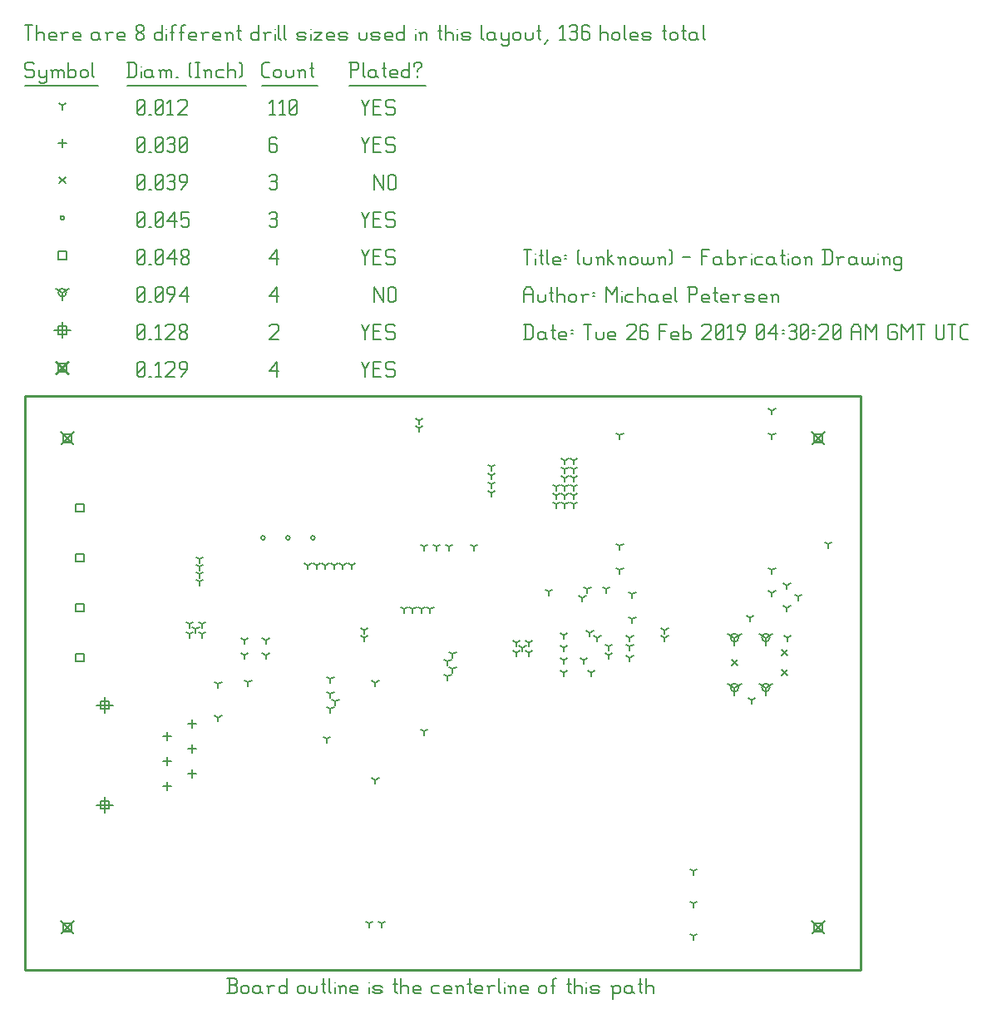
<source format=gbr>
G04 start of page 13 for group -3984 idx -3984 *
G04 Title: (unknown), fab *
G04 Creator: pcb 20140316 *
G04 CreationDate: Tue 26 Feb 2019 04:30:20 AM GMT UTC *
G04 For: railfan *
G04 Format: Gerber/RS-274X *
G04 PCB-Dimensions (mil): 3350.00 2300.00 *
G04 PCB-Coordinate-Origin: lower left *
%MOIN*%
%FSLAX25Y25*%
%LNFAB*%
%ADD122C,0.0100*%
%ADD121C,0.0075*%
%ADD120C,0.0060*%
%ADD119R,0.0080X0.0080*%
%ADD118C,0.0001*%
G54D118*G36*
X14600Y19966D02*X19966Y14600D01*
X19400Y14034D01*
X14034Y19400D01*
X14600Y19966D01*
G37*
G36*
X14034Y14600D02*X19400Y19966D01*
X19966Y19400D01*
X14600Y14034D01*
X14034Y14600D01*
G37*
G54D119*X15400Y18600D02*X18600D01*
X15400D02*Y15400D01*
X18600D01*
Y18600D02*Y15400D01*
G54D118*G36*
X14600Y215966D02*X19966Y210600D01*
X19400Y210034D01*
X14034Y215400D01*
X14600Y215966D01*
G37*
G36*
X14034Y210600D02*X19400Y215966D01*
X19966Y215400D01*
X14600Y210034D01*
X14034Y210600D01*
G37*
G54D119*X15400Y214600D02*X18600D01*
X15400D02*Y211400D01*
X18600D01*
Y214600D02*Y211400D01*
G54D118*G36*
X315600Y215966D02*X320966Y210600D01*
X320400Y210034D01*
X315034Y215400D01*
X315600Y215966D01*
G37*
G36*
X315034Y210600D02*X320400Y215966D01*
X320966Y215400D01*
X315600Y210034D01*
X315034Y210600D01*
G37*
G54D119*X316400Y214600D02*X319600D01*
X316400D02*Y211400D01*
X319600D01*
Y214600D02*Y211400D01*
G54D118*G36*
X315600Y19966D02*X320966Y14600D01*
X320400Y14034D01*
X315034Y19400D01*
X315600Y19966D01*
G37*
G36*
X315034Y14600D02*X320400Y19966D01*
X320966Y19400D01*
X315600Y14034D01*
X315034Y14600D01*
G37*
G54D119*X316400Y18600D02*X319600D01*
X316400D02*Y15400D01*
X319600D01*
Y18600D02*Y15400D01*
G54D118*G36*
X12600Y244216D02*X17966Y238850D01*
X17400Y238284D01*
X12034Y243650D01*
X12600Y244216D01*
G37*
G36*
X12034Y238850D02*X17400Y244216D01*
X17966Y243650D01*
X12600Y238284D01*
X12034Y238850D01*
G37*
G54D119*X13400Y242850D02*X16600D01*
X13400D02*Y239650D01*
X16600D01*
Y242850D02*Y239650D01*
G54D120*X135000Y243500D02*X136500Y240500D01*
X138000Y243500D01*
X136500Y240500D02*Y237500D01*
X139800Y240800D02*X142050D01*
X139800Y237500D02*X142800D01*
X139800Y243500D02*Y237500D01*
Y243500D02*X142800D01*
X147600D02*X148350Y242750D01*
X145350Y243500D02*X147600D01*
X144600Y242750D02*X145350Y243500D01*
X144600Y242750D02*Y241250D01*
X145350Y240500D01*
X147600D01*
X148350Y239750D01*
Y238250D01*
X147600Y237500D02*X148350Y238250D01*
X145350Y237500D02*X147600D01*
X144600Y238250D02*X145350Y237500D01*
X98000Y239750D02*X101000Y243500D01*
X98000Y239750D02*X101750D01*
X101000Y243500D02*Y237500D01*
X45000Y238250D02*X45750Y237500D01*
X45000Y242750D02*Y238250D01*
Y242750D02*X45750Y243500D01*
X47250D01*
X48000Y242750D01*
Y238250D01*
X47250Y237500D02*X48000Y238250D01*
X45750Y237500D02*X47250D01*
X45000Y239000D02*X48000Y242000D01*
X49800Y237500D02*X50550D01*
X52350Y242300D02*X53550Y243500D01*
Y237500D01*
X52350D02*X54600D01*
X56400Y242750D02*X57150Y243500D01*
X59400D01*
X60150Y242750D01*
Y241250D01*
X56400Y237500D02*X60150Y241250D01*
X56400Y237500D02*X60150D01*
X62700D02*X64950Y240500D01*
Y242750D02*Y240500D01*
X64200Y243500D02*X64950Y242750D01*
X62700Y243500D02*X64200D01*
X61950Y242750D02*X62700Y243500D01*
X61950Y242750D02*Y241250D01*
X62700Y240500D01*
X64950D01*
X32000Y109200D02*Y102800D01*
X28800Y106000D02*X35200D01*
X30400Y107600D02*X33600D01*
X30400D02*Y104400D01*
X33600D01*
Y107600D02*Y104400D01*
X32000Y69200D02*Y62800D01*
X28800Y66000D02*X35200D01*
X30400Y67600D02*X33600D01*
X30400D02*Y64400D01*
X33600D01*
Y67600D02*Y64400D01*
X15000Y259450D02*Y253050D01*
X11800Y256250D02*X18200D01*
X13400Y257850D02*X16600D01*
X13400D02*Y254650D01*
X16600D01*
Y257850D02*Y254650D01*
X135000Y258500D02*X136500Y255500D01*
X138000Y258500D01*
X136500Y255500D02*Y252500D01*
X139800Y255800D02*X142050D01*
X139800Y252500D02*X142800D01*
X139800Y258500D02*Y252500D01*
Y258500D02*X142800D01*
X147600D02*X148350Y257750D01*
X145350Y258500D02*X147600D01*
X144600Y257750D02*X145350Y258500D01*
X144600Y257750D02*Y256250D01*
X145350Y255500D01*
X147600D01*
X148350Y254750D01*
Y253250D01*
X147600Y252500D02*X148350Y253250D01*
X145350Y252500D02*X147600D01*
X144600Y253250D02*X145350Y252500D01*
X98000Y257750D02*X98750Y258500D01*
X101000D01*
X101750Y257750D01*
Y256250D01*
X98000Y252500D02*X101750Y256250D01*
X98000Y252500D02*X101750D01*
X45000Y253250D02*X45750Y252500D01*
X45000Y257750D02*Y253250D01*
Y257750D02*X45750Y258500D01*
X47250D01*
X48000Y257750D01*
Y253250D01*
X47250Y252500D02*X48000Y253250D01*
X45750Y252500D02*X47250D01*
X45000Y254000D02*X48000Y257000D01*
X49800Y252500D02*X50550D01*
X52350Y257300D02*X53550Y258500D01*
Y252500D01*
X52350D02*X54600D01*
X56400Y257750D02*X57150Y258500D01*
X59400D01*
X60150Y257750D01*
Y256250D01*
X56400Y252500D02*X60150Y256250D01*
X56400Y252500D02*X60150D01*
X61950Y253250D02*X62700Y252500D01*
X61950Y254450D02*Y253250D01*
Y254450D02*X63000Y255500D01*
X63900D01*
X64950Y254450D01*
Y253250D01*
X64200Y252500D02*X64950Y253250D01*
X62700Y252500D02*X64200D01*
X61950Y256550D02*X63000Y255500D01*
X61950Y257750D02*Y256550D01*
Y257750D02*X62700Y258500D01*
X64200D01*
X64950Y257750D01*
Y256550D01*
X63900Y255500D02*X64950Y256550D01*
X284500Y133000D02*Y129800D01*
Y133000D02*X287273Y134600D01*
X284500Y133000D02*X281727Y134600D01*
X282900Y133000D02*G75*G03X286100Y133000I1600J0D01*G01*
G75*G03X282900Y133000I-1600J0D01*G01*
X297000D02*Y129800D01*
Y133000D02*X299773Y134600D01*
X297000Y133000D02*X294227Y134600D01*
X295400Y133000D02*G75*G03X298600Y133000I1600J0D01*G01*
G75*G03X295400Y133000I-1600J0D01*G01*
X297000Y113000D02*Y109800D01*
Y113000D02*X299773Y114600D01*
X297000Y113000D02*X294227Y114600D01*
X295400Y113000D02*G75*G03X298600Y113000I1600J0D01*G01*
G75*G03X295400Y113000I-1600J0D01*G01*
X284500D02*Y109800D01*
Y113000D02*X287273Y114600D01*
X284500Y113000D02*X281727Y114600D01*
X282900Y113000D02*G75*G03X286100Y113000I1600J0D01*G01*
G75*G03X282900Y113000I-1600J0D01*G01*
X15000Y271250D02*Y268050D01*
Y271250D02*X17773Y272850D01*
X15000Y271250D02*X12227Y272850D01*
X13400Y271250D02*G75*G03X16600Y271250I1600J0D01*G01*
G75*G03X13400Y271250I-1600J0D01*G01*
X140000Y273500D02*Y267500D01*
Y273500D02*X143750Y267500D01*
Y273500D02*Y267500D01*
X145550Y272750D02*Y268250D01*
Y272750D02*X146300Y273500D01*
X147800D01*
X148550Y272750D01*
Y268250D01*
X147800Y267500D02*X148550Y268250D01*
X146300Y267500D02*X147800D01*
X145550Y268250D02*X146300Y267500D01*
X98000Y269750D02*X101000Y273500D01*
X98000Y269750D02*X101750D01*
X101000Y273500D02*Y267500D01*
X45000Y268250D02*X45750Y267500D01*
X45000Y272750D02*Y268250D01*
Y272750D02*X45750Y273500D01*
X47250D01*
X48000Y272750D01*
Y268250D01*
X47250Y267500D02*X48000Y268250D01*
X45750Y267500D02*X47250D01*
X45000Y269000D02*X48000Y272000D01*
X49800Y267500D02*X50550D01*
X52350Y268250D02*X53100Y267500D01*
X52350Y272750D02*Y268250D01*
Y272750D02*X53100Y273500D01*
X54600D01*
X55350Y272750D01*
Y268250D01*
X54600Y267500D02*X55350Y268250D01*
X53100Y267500D02*X54600D01*
X52350Y269000D02*X55350Y272000D01*
X57900Y267500D02*X60150Y270500D01*
Y272750D02*Y270500D01*
X59400Y273500D02*X60150Y272750D01*
X57900Y273500D02*X59400D01*
X57150Y272750D02*X57900Y273500D01*
X57150Y272750D02*Y271250D01*
X57900Y270500D01*
X60150D01*
X61950Y269750D02*X64950Y273500D01*
X61950Y269750D02*X65700D01*
X64950Y273500D02*Y267500D01*
X20400Y146600D02*X23600D01*
X20400D02*Y143400D01*
X23600D01*
Y146600D02*Y143400D01*
X20400Y126600D02*X23600D01*
X20400D02*Y123400D01*
X23600D01*
Y126600D02*Y123400D01*
X20400Y186600D02*X23600D01*
X20400D02*Y183400D01*
X23600D01*
Y186600D02*Y183400D01*
X20400Y166600D02*X23600D01*
X20400D02*Y163400D01*
X23600D01*
Y166600D02*Y163400D01*
X13400Y287850D02*X16600D01*
X13400D02*Y284650D01*
X16600D01*
Y287850D02*Y284650D01*
X135000Y288500D02*X136500Y285500D01*
X138000Y288500D01*
X136500Y285500D02*Y282500D01*
X139800Y285800D02*X142050D01*
X139800Y282500D02*X142800D01*
X139800Y288500D02*Y282500D01*
Y288500D02*X142800D01*
X147600D02*X148350Y287750D01*
X145350Y288500D02*X147600D01*
X144600Y287750D02*X145350Y288500D01*
X144600Y287750D02*Y286250D01*
X145350Y285500D01*
X147600D01*
X148350Y284750D01*
Y283250D01*
X147600Y282500D02*X148350Y283250D01*
X145350Y282500D02*X147600D01*
X144600Y283250D02*X145350Y282500D01*
X98000Y284750D02*X101000Y288500D01*
X98000Y284750D02*X101750D01*
X101000Y288500D02*Y282500D01*
X45000Y283250D02*X45750Y282500D01*
X45000Y287750D02*Y283250D01*
Y287750D02*X45750Y288500D01*
X47250D01*
X48000Y287750D01*
Y283250D01*
X47250Y282500D02*X48000Y283250D01*
X45750Y282500D02*X47250D01*
X45000Y284000D02*X48000Y287000D01*
X49800Y282500D02*X50550D01*
X52350Y283250D02*X53100Y282500D01*
X52350Y287750D02*Y283250D01*
Y287750D02*X53100Y288500D01*
X54600D01*
X55350Y287750D01*
Y283250D01*
X54600Y282500D02*X55350Y283250D01*
X53100Y282500D02*X54600D01*
X52350Y284000D02*X55350Y287000D01*
X57150Y284750D02*X60150Y288500D01*
X57150Y284750D02*X60900D01*
X60150Y288500D02*Y282500D01*
X62700Y283250D02*X63450Y282500D01*
X62700Y284450D02*Y283250D01*
Y284450D02*X63750Y285500D01*
X64650D01*
X65700Y284450D01*
Y283250D01*
X64950Y282500D02*X65700Y283250D01*
X63450Y282500D02*X64950D01*
X62700Y286550D02*X63750Y285500D01*
X62700Y287750D02*Y286550D01*
Y287750D02*X63450Y288500D01*
X64950D01*
X65700Y287750D01*
Y286550D01*
X64650Y285500D02*X65700Y286550D01*
X114700Y173000D02*G75*G03X116300Y173000I800J0D01*G01*
G75*G03X114700Y173000I-800J0D01*G01*
X104700D02*G75*G03X106300Y173000I800J0D01*G01*
G75*G03X104700Y173000I-800J0D01*G01*
X94700D02*G75*G03X96300Y173000I800J0D01*G01*
G75*G03X94700Y173000I-800J0D01*G01*
X14200Y301250D02*G75*G03X15800Y301250I800J0D01*G01*
G75*G03X14200Y301250I-800J0D01*G01*
X135000Y303500D02*X136500Y300500D01*
X138000Y303500D01*
X136500Y300500D02*Y297500D01*
X139800Y300800D02*X142050D01*
X139800Y297500D02*X142800D01*
X139800Y303500D02*Y297500D01*
Y303500D02*X142800D01*
X147600D02*X148350Y302750D01*
X145350Y303500D02*X147600D01*
X144600Y302750D02*X145350Y303500D01*
X144600Y302750D02*Y301250D01*
X145350Y300500D01*
X147600D01*
X148350Y299750D01*
Y298250D01*
X147600Y297500D02*X148350Y298250D01*
X145350Y297500D02*X147600D01*
X144600Y298250D02*X145350Y297500D01*
X98000Y302750D02*X98750Y303500D01*
X100250D01*
X101000Y302750D01*
X100250Y297500D02*X101000Y298250D01*
X98750Y297500D02*X100250D01*
X98000Y298250D02*X98750Y297500D01*
Y300800D02*X100250D01*
X101000Y302750D02*Y301550D01*
Y300050D02*Y298250D01*
Y300050D02*X100250Y300800D01*
X101000Y301550D02*X100250Y300800D01*
X45000Y298250D02*X45750Y297500D01*
X45000Y302750D02*Y298250D01*
Y302750D02*X45750Y303500D01*
X47250D01*
X48000Y302750D01*
Y298250D01*
X47250Y297500D02*X48000Y298250D01*
X45750Y297500D02*X47250D01*
X45000Y299000D02*X48000Y302000D01*
X49800Y297500D02*X50550D01*
X52350Y298250D02*X53100Y297500D01*
X52350Y302750D02*Y298250D01*
Y302750D02*X53100Y303500D01*
X54600D01*
X55350Y302750D01*
Y298250D01*
X54600Y297500D02*X55350Y298250D01*
X53100Y297500D02*X54600D01*
X52350Y299000D02*X55350Y302000D01*
X57150Y299750D02*X60150Y303500D01*
X57150Y299750D02*X60900D01*
X60150Y303500D02*Y297500D01*
X62700Y303500D02*X65700D01*
X62700D02*Y300500D01*
X63450Y301250D01*
X64950D01*
X65700Y300500D01*
Y298250D01*
X64950Y297500D02*X65700Y298250D01*
X63450Y297500D02*X64950D01*
X62700Y298250D02*X63450Y297500D01*
X283300Y124200D02*X285700Y121800D01*
X283300D02*X285700Y124200D01*
X303300Y128200D02*X305700Y125800D01*
X303300D02*X305700Y128200D01*
X303300Y120200D02*X305700Y117800D01*
X303300D02*X305700Y120200D01*
X13800Y317450D02*X16200Y315050D01*
X13800D02*X16200Y317450D01*
X140000Y318500D02*Y312500D01*
Y318500D02*X143750Y312500D01*
Y318500D02*Y312500D01*
X145550Y317750D02*Y313250D01*
Y317750D02*X146300Y318500D01*
X147800D01*
X148550Y317750D01*
Y313250D01*
X147800Y312500D02*X148550Y313250D01*
X146300Y312500D02*X147800D01*
X145550Y313250D02*X146300Y312500D01*
X98000Y317750D02*X98750Y318500D01*
X100250D01*
X101000Y317750D01*
X100250Y312500D02*X101000Y313250D01*
X98750Y312500D02*X100250D01*
X98000Y313250D02*X98750Y312500D01*
Y315800D02*X100250D01*
X101000Y317750D02*Y316550D01*
Y315050D02*Y313250D01*
Y315050D02*X100250Y315800D01*
X101000Y316550D02*X100250Y315800D01*
X45000Y313250D02*X45750Y312500D01*
X45000Y317750D02*Y313250D01*
Y317750D02*X45750Y318500D01*
X47250D01*
X48000Y317750D01*
Y313250D01*
X47250Y312500D02*X48000Y313250D01*
X45750Y312500D02*X47250D01*
X45000Y314000D02*X48000Y317000D01*
X49800Y312500D02*X50550D01*
X52350Y313250D02*X53100Y312500D01*
X52350Y317750D02*Y313250D01*
Y317750D02*X53100Y318500D01*
X54600D01*
X55350Y317750D01*
Y313250D01*
X54600Y312500D02*X55350Y313250D01*
X53100Y312500D02*X54600D01*
X52350Y314000D02*X55350Y317000D01*
X57150Y317750D02*X57900Y318500D01*
X59400D01*
X60150Y317750D01*
X59400Y312500D02*X60150Y313250D01*
X57900Y312500D02*X59400D01*
X57150Y313250D02*X57900Y312500D01*
Y315800D02*X59400D01*
X60150Y317750D02*Y316550D01*
Y315050D02*Y313250D01*
Y315050D02*X59400Y315800D01*
X60150Y316550D02*X59400Y315800D01*
X62700Y312500D02*X64950Y315500D01*
Y317750D02*Y315500D01*
X64200Y318500D02*X64950Y317750D01*
X62700Y318500D02*X64200D01*
X61950Y317750D02*X62700Y318500D01*
X61950Y317750D02*Y316250D01*
X62700Y315500D01*
X64950D01*
X67000Y100100D02*Y96900D01*
X65400Y98500D02*X68600D01*
X57000Y95100D02*Y91900D01*
X55400Y93500D02*X58600D01*
X67000Y90100D02*Y86900D01*
X65400Y88500D02*X68600D01*
X57000Y85100D02*Y81900D01*
X55400Y83500D02*X58600D01*
X67000Y80100D02*Y76900D01*
X65400Y78500D02*X68600D01*
X57000Y75100D02*Y71900D01*
X55400Y73500D02*X58600D01*
X15000Y332850D02*Y329650D01*
X13400Y331250D02*X16600D01*
X135000Y333500D02*X136500Y330500D01*
X138000Y333500D01*
X136500Y330500D02*Y327500D01*
X139800Y330800D02*X142050D01*
X139800Y327500D02*X142800D01*
X139800Y333500D02*Y327500D01*
Y333500D02*X142800D01*
X147600D02*X148350Y332750D01*
X145350Y333500D02*X147600D01*
X144600Y332750D02*X145350Y333500D01*
X144600Y332750D02*Y331250D01*
X145350Y330500D01*
X147600D01*
X148350Y329750D01*
Y328250D01*
X147600Y327500D02*X148350Y328250D01*
X145350Y327500D02*X147600D01*
X144600Y328250D02*X145350Y327500D01*
X100250Y333500D02*X101000Y332750D01*
X98750Y333500D02*X100250D01*
X98000Y332750D02*X98750Y333500D01*
X98000Y332750D02*Y328250D01*
X98750Y327500D01*
X100250Y330800D02*X101000Y330050D01*
X98000Y330800D02*X100250D01*
X98750Y327500D02*X100250D01*
X101000Y328250D01*
Y330050D02*Y328250D01*
X45000D02*X45750Y327500D01*
X45000Y332750D02*Y328250D01*
Y332750D02*X45750Y333500D01*
X47250D01*
X48000Y332750D01*
Y328250D01*
X47250Y327500D02*X48000Y328250D01*
X45750Y327500D02*X47250D01*
X45000Y329000D02*X48000Y332000D01*
X49800Y327500D02*X50550D01*
X52350Y328250D02*X53100Y327500D01*
X52350Y332750D02*Y328250D01*
Y332750D02*X53100Y333500D01*
X54600D01*
X55350Y332750D01*
Y328250D01*
X54600Y327500D02*X55350Y328250D01*
X53100Y327500D02*X54600D01*
X52350Y329000D02*X55350Y332000D01*
X57150Y332750D02*X57900Y333500D01*
X59400D01*
X60150Y332750D01*
X59400Y327500D02*X60150Y328250D01*
X57900Y327500D02*X59400D01*
X57150Y328250D02*X57900Y327500D01*
Y330800D02*X59400D01*
X60150Y332750D02*Y331550D01*
Y330050D02*Y328250D01*
Y330050D02*X59400Y330800D01*
X60150Y331550D02*X59400Y330800D01*
X61950Y328250D02*X62700Y327500D01*
X61950Y332750D02*Y328250D01*
Y332750D02*X62700Y333500D01*
X64200D01*
X64950Y332750D01*
Y328250D01*
X64200Y327500D02*X64950Y328250D01*
X62700Y327500D02*X64200D01*
X61950Y329000D02*X64950Y332000D01*
X158000Y220000D02*Y218400D01*
Y220000D02*X159387Y220800D01*
X158000Y220000D02*X156613Y220800D01*
X158000Y217000D02*Y215400D01*
Y217000D02*X159387Y217800D01*
X158000Y217000D02*X156613Y217800D01*
X140500Y115000D02*Y113400D01*
Y115000D02*X141887Y115800D01*
X140500Y115000D02*X139113Y115800D01*
X121000Y92351D02*Y90751D01*
Y92351D02*X122387Y93151D01*
X121000Y92351D02*X119613Y93151D01*
X160000Y95500D02*Y93900D01*
Y95500D02*X161387Y96300D01*
X160000Y95500D02*X158613Y96300D01*
X140500Y76000D02*Y74400D01*
Y76000D02*X141887Y76800D01*
X140500Y76000D02*X139113Y76800D01*
X138000Y18500D02*Y16900D01*
Y18500D02*X139387Y19300D01*
X138000Y18500D02*X136613Y19300D01*
X143000Y18500D02*Y16900D01*
Y18500D02*X144387Y19300D01*
X143000Y18500D02*X141613Y19300D01*
X136000Y133000D02*Y131400D01*
Y133000D02*X137387Y133800D01*
X136000Y133000D02*X134613Y133800D01*
X136000Y136000D02*Y134400D01*
Y136000D02*X137387Y136800D01*
X136000Y136000D02*X134613Y136800D01*
X152000Y144500D02*Y142900D01*
Y144500D02*X153387Y145300D01*
X152000Y144500D02*X150613Y145300D01*
X155500Y144500D02*Y142900D01*
Y144500D02*X156887Y145300D01*
X155500Y144500D02*X154113Y145300D01*
X159000Y144500D02*Y142900D01*
Y144500D02*X160387Y145300D01*
X159000Y144500D02*X157613Y145300D01*
X162500Y144500D02*Y142900D01*
Y144500D02*X163887Y145300D01*
X162500Y144500D02*X161113Y145300D01*
X122500Y110500D02*Y108900D01*
Y110500D02*X123887Y111300D01*
X122500Y110500D02*X121113Y111300D01*
X124500Y107500D02*Y105900D01*
Y107500D02*X125887Y108300D01*
X124500Y107500D02*X123113Y108300D01*
X122500Y104500D02*Y102900D01*
Y104500D02*X123887Y105300D01*
X122500Y104500D02*X121113Y105300D01*
X122500Y116500D02*Y114900D01*
Y116500D02*X123887Y117300D01*
X122500Y116500D02*X121113Y117300D01*
X70000Y161500D02*Y159900D01*
Y161500D02*X71387Y162300D01*
X70000Y161500D02*X68613Y162300D01*
X70000Y164500D02*Y162900D01*
Y164500D02*X71387Y165300D01*
X70000Y164500D02*X68613Y165300D01*
X70000Y158500D02*Y156900D01*
Y158500D02*X71387Y159300D01*
X70000Y158500D02*X68613Y159300D01*
X70000Y155500D02*Y153900D01*
Y155500D02*X71387Y156300D01*
X70000Y155500D02*X68613Y156300D01*
X77500Y114500D02*Y112900D01*
Y114500D02*X78887Y115300D01*
X77500Y114500D02*X76113Y115300D01*
X77500Y101000D02*Y99400D01*
Y101000D02*X78887Y101800D01*
X77500Y101000D02*X76113Y101800D01*
X88000Y126000D02*Y124400D01*
Y126000D02*X89387Y126800D01*
X88000Y126000D02*X86613Y126800D01*
X88000Y132000D02*Y130400D01*
Y132000D02*X89387Y132800D01*
X88000Y132000D02*X86613Y132800D01*
X96575Y132000D02*Y130400D01*
Y132000D02*X97962Y132800D01*
X96575Y132000D02*X95188Y132800D01*
X216000Y134000D02*Y132400D01*
Y134000D02*X217387Y134800D01*
X216000Y134000D02*X214613Y134800D01*
X216000Y129000D02*Y127400D01*
Y129000D02*X217387Y129800D01*
X216000Y129000D02*X214613Y129800D01*
X216000Y124000D02*Y122400D01*
Y124000D02*X217387Y124800D01*
X216000Y124000D02*X214613Y124800D01*
X216000Y119000D02*Y117400D01*
Y119000D02*X217387Y119800D01*
X216000Y119000D02*X214613Y119800D01*
X227000Y119000D02*Y117400D01*
Y119000D02*X228387Y119800D01*
X227000Y119000D02*X225613Y119800D01*
X224000Y124000D02*Y122400D01*
Y124000D02*X225387Y124800D01*
X224000Y124000D02*X222613Y124800D01*
X199500Y129000D02*Y127400D01*
Y129000D02*X200887Y129800D01*
X199500Y129000D02*X198113Y129800D01*
X202000Y131000D02*Y129400D01*
Y131000D02*X203387Y131800D01*
X202000Y131000D02*X200613Y131800D01*
X202000Y127000D02*Y125400D01*
Y127000D02*X203387Y127800D01*
X202000Y127000D02*X200613Y127800D01*
X197000Y127000D02*Y125400D01*
Y127000D02*X198387Y127800D01*
X197000Y127000D02*X195613Y127800D01*
X197000Y131000D02*Y129400D01*
Y131000D02*X198387Y131800D01*
X197000Y131000D02*X195613Y131800D01*
X68500Y136500D02*Y134900D01*
Y136500D02*X69887Y137300D01*
X68500Y136500D02*X67113Y137300D01*
X71000Y138500D02*Y136900D01*
Y138500D02*X72387Y139300D01*
X71000Y138500D02*X69613Y139300D01*
X71000Y134500D02*Y132900D01*
Y134500D02*X72387Y135300D01*
X71000Y134500D02*X69613Y135300D01*
X66000Y134500D02*Y132900D01*
Y134500D02*X67387Y135300D01*
X66000Y134500D02*X64613Y135300D01*
X66000Y138500D02*Y136900D01*
Y138500D02*X67387Y139300D01*
X66000Y138500D02*X64613Y139300D01*
X96575Y126000D02*Y124400D01*
Y126000D02*X97962Y126800D01*
X96575Y126000D02*X95188Y126800D01*
X89500Y115152D02*Y113552D01*
Y115152D02*X90887Y115952D01*
X89500Y115152D02*X88113Y115952D01*
X169500Y117500D02*Y115900D01*
Y117500D02*X170887Y118300D01*
X169500Y117500D02*X168113Y118300D01*
X169500Y123500D02*Y121900D01*
Y123500D02*X170887Y124300D01*
X169500Y123500D02*X168113Y124300D01*
X171500Y120500D02*Y118900D01*
Y120500D02*X172887Y121300D01*
X171500Y120500D02*X170113Y121300D01*
X171500Y126500D02*Y124900D01*
Y126500D02*X172887Y127300D01*
X171500Y126500D02*X170113Y127300D01*
X113500Y162000D02*Y160400D01*
Y162000D02*X114887Y162800D01*
X113500Y162000D02*X112113Y162800D01*
X117000Y162000D02*Y160400D01*
Y162000D02*X118387Y162800D01*
X117000Y162000D02*X115613Y162800D01*
X120500Y162000D02*Y160400D01*
Y162000D02*X121887Y162800D01*
X120500Y162000D02*X119113Y162800D01*
X124000Y162000D02*Y160400D01*
Y162000D02*X125387Y162800D01*
X124000Y162000D02*X122613Y162800D01*
X127500Y162000D02*Y160400D01*
Y162000D02*X128887Y162800D01*
X127500Y162000D02*X126113Y162800D01*
X131000Y162000D02*Y160400D01*
Y162000D02*X132387Y162800D01*
X131000Y162000D02*X129613Y162800D01*
X160000Y169500D02*Y167900D01*
Y169500D02*X161387Y170300D01*
X160000Y169500D02*X158613Y170300D01*
X170000Y169500D02*Y167900D01*
Y169500D02*X171387Y170300D01*
X170000Y169500D02*X168613Y170300D01*
X180000Y169500D02*Y167900D01*
Y169500D02*X181387Y170300D01*
X180000Y169500D02*X178613Y170300D01*
X165000Y169500D02*Y167900D01*
Y169500D02*X166387Y170300D01*
X165000Y169500D02*X163613Y170300D01*
X187000Y201500D02*Y199900D01*
Y201500D02*X188387Y202300D01*
X187000Y201500D02*X185613Y202300D01*
X187000Y198000D02*Y196400D01*
Y198000D02*X188387Y198800D01*
X187000Y198000D02*X185613Y198800D01*
X187000Y194500D02*Y192900D01*
Y194500D02*X188387Y195300D01*
X187000Y194500D02*X185613Y195300D01*
X187000Y191000D02*Y189400D01*
Y191000D02*X188387Y191800D01*
X187000Y191000D02*X185613Y191800D01*
X268000Y13500D02*Y11900D01*
Y13500D02*X269387Y14300D01*
X268000Y13500D02*X266613Y14300D01*
X268000Y26500D02*Y24900D01*
Y26500D02*X269387Y27300D01*
X268000Y26500D02*X266613Y27300D01*
X268000Y39500D02*Y37900D01*
Y39500D02*X269387Y40300D01*
X268000Y39500D02*X266613Y40300D01*
X220000Y204000D02*Y202400D01*
Y204000D02*X221387Y204800D01*
X220000Y204000D02*X218613Y204800D01*
X216500Y204000D02*Y202400D01*
Y204000D02*X217887Y204800D01*
X216500Y204000D02*X215113Y204800D01*
X216500Y200500D02*Y198900D01*
Y200500D02*X217887Y201300D01*
X216500Y200500D02*X215113Y201300D01*
X220000Y200500D02*Y198900D01*
Y200500D02*X221387Y201300D01*
X220000Y200500D02*X218613Y201300D01*
X216500Y197000D02*Y195400D01*
Y197000D02*X217887Y197800D01*
X216500Y197000D02*X215113Y197800D01*
X220000Y197000D02*Y195400D01*
Y197000D02*X221387Y197800D01*
X220000Y197000D02*X218613Y197800D01*
X220000Y193500D02*Y191900D01*
Y193500D02*X221387Y194300D01*
X220000Y193500D02*X218613Y194300D01*
X216500Y193500D02*Y191900D01*
Y193500D02*X217887Y194300D01*
X216500Y193500D02*X215113Y194300D01*
X216500Y190000D02*Y188400D01*
Y190000D02*X217887Y190800D01*
X216500Y190000D02*X215113Y190800D01*
X220000Y190000D02*Y188400D01*
Y190000D02*X221387Y190800D01*
X220000Y190000D02*X218613Y190800D01*
X220000Y186500D02*Y184900D01*
Y186500D02*X221387Y187300D01*
X220000Y186500D02*X218613Y187300D01*
X216500Y186500D02*Y184900D01*
Y186500D02*X217887Y187300D01*
X216500Y186500D02*X215113Y187300D01*
X213000Y193500D02*Y191900D01*
Y193500D02*X214387Y194300D01*
X213000Y193500D02*X211613Y194300D01*
X213000Y190000D02*Y188400D01*
Y190000D02*X214387Y190800D01*
X213000Y190000D02*X211613Y190800D01*
X213000Y186500D02*Y184900D01*
Y186500D02*X214387Y187300D01*
X213000Y186500D02*X211613Y187300D01*
X238500Y169854D02*Y168254D01*
Y169854D02*X239887Y170654D01*
X238500Y169854D02*X237113Y170654D01*
X238500Y160012D02*Y158412D01*
Y160012D02*X239887Y160812D01*
X238500Y160012D02*X237113Y160812D01*
X238500Y214146D02*Y212546D01*
Y214146D02*X239887Y214946D01*
X238500Y214146D02*X237113Y214946D01*
X299500Y223988D02*Y222388D01*
Y223988D02*X300887Y224788D01*
X299500Y223988D02*X298113Y224788D01*
X299500Y214146D02*Y212546D01*
Y214146D02*X300887Y214946D01*
X299500Y214146D02*X298113Y214946D01*
X299500Y160012D02*Y158412D01*
Y160012D02*X300887Y160812D01*
X299500Y160012D02*X298113Y160812D01*
X305500Y154000D02*Y152400D01*
Y154000D02*X306887Y154800D01*
X305500Y154000D02*X304113Y154800D01*
X210000Y151500D02*Y149900D01*
Y151500D02*X211387Y152300D01*
X210000Y151500D02*X208613Y152300D01*
X234000Y129500D02*Y127900D01*
Y129500D02*X235387Y130300D01*
X234000Y129500D02*X232613Y130300D01*
X242500Y133000D02*Y131400D01*
Y133000D02*X243887Y133800D01*
X242500Y133000D02*X241113Y133800D01*
X242500Y129500D02*Y127900D01*
Y129500D02*X243887Y130300D01*
X242500Y129500D02*X241113Y130300D01*
X226500Y135000D02*Y133400D01*
Y135000D02*X227887Y135800D01*
X226500Y135000D02*X225113Y135800D01*
X223500Y149000D02*Y147400D01*
Y149000D02*X224887Y149800D01*
X223500Y149000D02*X222113Y149800D01*
X242500Y125000D02*Y123400D01*
Y125000D02*X243887Y125800D01*
X242500Y125000D02*X241113Y125800D01*
X243500Y140500D02*Y138900D01*
Y140500D02*X244887Y141300D01*
X243500Y140500D02*X242113Y141300D01*
X243500Y150500D02*Y148900D01*
Y150500D02*X244887Y151300D01*
X243500Y150500D02*X242113Y151300D01*
X322000Y170500D02*Y168900D01*
Y170500D02*X323387Y171300D01*
X322000Y170500D02*X320613Y171300D01*
X299500Y151000D02*Y149400D01*
Y151000D02*X300887Y151800D01*
X299500Y151000D02*X298113Y151800D01*
X310000Y149500D02*Y147900D01*
Y149500D02*X311387Y150300D01*
X310000Y149500D02*X308613Y150300D01*
X305500Y145000D02*Y143400D01*
Y145000D02*X306887Y145800D01*
X305500Y145000D02*X304113Y145800D01*
X305700Y133000D02*Y131400D01*
Y133000D02*X307087Y133800D01*
X305700Y133000D02*X304313Y133800D01*
X290800Y141000D02*Y139400D01*
Y141000D02*X292187Y141800D01*
X290800Y141000D02*X289413Y141800D01*
X291300Y108000D02*Y106400D01*
Y108000D02*X292687Y108800D01*
X291300Y108000D02*X289913Y108800D01*
X225500Y152500D02*Y150900D01*
Y152500D02*X226887Y153300D01*
X225500Y152500D02*X224113Y153300D01*
X233000Y152500D02*Y150900D01*
Y152500D02*X234387Y153300D01*
X233000Y152500D02*X231613Y153300D01*
X229500Y133000D02*Y131400D01*
Y133000D02*X230887Y133800D01*
X229500Y133000D02*X228113Y133800D01*
X256500Y136000D02*Y134400D01*
Y136000D02*X257887Y136800D01*
X256500Y136000D02*X255113Y136800D01*
X256500Y133000D02*Y131400D01*
Y133000D02*X257887Y133800D01*
X256500Y133000D02*X255113Y133800D01*
X234000Y126000D02*Y124400D01*
Y126000D02*X235387Y126800D01*
X234000Y126000D02*X232613Y126800D01*
X15000Y346250D02*Y344650D01*
Y346250D02*X16387Y347050D01*
X15000Y346250D02*X13613Y347050D01*
X135000Y348500D02*X136500Y345500D01*
X138000Y348500D01*
X136500Y345500D02*Y342500D01*
X139800Y345800D02*X142050D01*
X139800Y342500D02*X142800D01*
X139800Y348500D02*Y342500D01*
Y348500D02*X142800D01*
X147600D02*X148350Y347750D01*
X145350Y348500D02*X147600D01*
X144600Y347750D02*X145350Y348500D01*
X144600Y347750D02*Y346250D01*
X145350Y345500D01*
X147600D01*
X148350Y344750D01*
Y343250D01*
X147600Y342500D02*X148350Y343250D01*
X145350Y342500D02*X147600D01*
X144600Y343250D02*X145350Y342500D01*
X98000Y347300D02*X99200Y348500D01*
Y342500D01*
X98000D02*X100250D01*
X102050Y347300D02*X103250Y348500D01*
Y342500D01*
X102050D02*X104300D01*
X106100Y343250D02*X106850Y342500D01*
X106100Y347750D02*Y343250D01*
Y347750D02*X106850Y348500D01*
X108350D01*
X109100Y347750D01*
Y343250D01*
X108350Y342500D02*X109100Y343250D01*
X106850Y342500D02*X108350D01*
X106100Y344000D02*X109100Y347000D01*
X45000Y343250D02*X45750Y342500D01*
X45000Y347750D02*Y343250D01*
Y347750D02*X45750Y348500D01*
X47250D01*
X48000Y347750D01*
Y343250D01*
X47250Y342500D02*X48000Y343250D01*
X45750Y342500D02*X47250D01*
X45000Y344000D02*X48000Y347000D01*
X49800Y342500D02*X50550D01*
X52350Y343250D02*X53100Y342500D01*
X52350Y347750D02*Y343250D01*
Y347750D02*X53100Y348500D01*
X54600D01*
X55350Y347750D01*
Y343250D01*
X54600Y342500D02*X55350Y343250D01*
X53100Y342500D02*X54600D01*
X52350Y344000D02*X55350Y347000D01*
X57150Y347300D02*X58350Y348500D01*
Y342500D01*
X57150D02*X59400D01*
X61200Y347750D02*X61950Y348500D01*
X64200D01*
X64950Y347750D01*
Y346250D01*
X61200Y342500D02*X64950Y346250D01*
X61200Y342500D02*X64950D01*
X3000Y363500D02*X3750Y362750D01*
X750Y363500D02*X3000D01*
X0Y362750D02*X750Y363500D01*
X0Y362750D02*Y361250D01*
X750Y360500D01*
X3000D01*
X3750Y359750D01*
Y358250D01*
X3000Y357500D02*X3750Y358250D01*
X750Y357500D02*X3000D01*
X0Y358250D02*X750Y357500D01*
X5550Y360500D02*Y358250D01*
X6300Y357500D01*
X8550Y360500D02*Y356000D01*
X7800Y355250D02*X8550Y356000D01*
X6300Y355250D02*X7800D01*
X5550Y356000D02*X6300Y355250D01*
Y357500D02*X7800D01*
X8550Y358250D01*
X11100Y359750D02*Y357500D01*
Y359750D02*X11850Y360500D01*
X12600D01*
X13350Y359750D01*
Y357500D01*
Y359750D02*X14100Y360500D01*
X14850D01*
X15600Y359750D01*
Y357500D01*
X10350Y360500D02*X11100Y359750D01*
X17400Y363500D02*Y357500D01*
Y358250D02*X18150Y357500D01*
X19650D01*
X20400Y358250D01*
Y359750D02*Y358250D01*
X19650Y360500D02*X20400Y359750D01*
X18150Y360500D02*X19650D01*
X17400Y359750D02*X18150Y360500D01*
X22200Y359750D02*Y358250D01*
Y359750D02*X22950Y360500D01*
X24450D01*
X25200Y359750D01*
Y358250D01*
X24450Y357500D02*X25200Y358250D01*
X22950Y357500D02*X24450D01*
X22200Y358250D02*X22950Y357500D01*
X27000Y363500D02*Y358250D01*
X27750Y357500D01*
X0Y354250D02*X29250D01*
X41750Y363500D02*Y357500D01*
X43700Y363500D02*X44750Y362450D01*
Y358550D01*
X43700Y357500D02*X44750Y358550D01*
X41000Y357500D02*X43700D01*
X41000Y363500D02*X43700D01*
G54D121*X46550Y362000D02*Y361850D01*
G54D120*Y359750D02*Y357500D01*
X50300Y360500D02*X51050Y359750D01*
X48800Y360500D02*X50300D01*
X48050Y359750D02*X48800Y360500D01*
X48050Y359750D02*Y358250D01*
X48800Y357500D01*
X51050Y360500D02*Y358250D01*
X51800Y357500D01*
X48800D02*X50300D01*
X51050Y358250D01*
X54350Y359750D02*Y357500D01*
Y359750D02*X55100Y360500D01*
X55850D01*
X56600Y359750D01*
Y357500D01*
Y359750D02*X57350Y360500D01*
X58100D01*
X58850Y359750D01*
Y357500D01*
X53600Y360500D02*X54350Y359750D01*
X60650Y357500D02*X61400D01*
X65900Y358250D02*X66650Y357500D01*
X65900Y362750D02*X66650Y363500D01*
X65900Y362750D02*Y358250D01*
X68450Y363500D02*X69950D01*
X69200D02*Y357500D01*
X68450D02*X69950D01*
X72500Y359750D02*Y357500D01*
Y359750D02*X73250Y360500D01*
X74000D01*
X74750Y359750D01*
Y357500D01*
X71750Y360500D02*X72500Y359750D01*
X77300Y360500D02*X79550D01*
X76550Y359750D02*X77300Y360500D01*
X76550Y359750D02*Y358250D01*
X77300Y357500D01*
X79550D01*
X81350Y363500D02*Y357500D01*
Y359750D02*X82100Y360500D01*
X83600D01*
X84350Y359750D01*
Y357500D01*
X86150Y363500D02*X86900Y362750D01*
Y358250D01*
X86150Y357500D02*X86900Y358250D01*
X41000Y354250D02*X88700D01*
X96050Y357500D02*X98000D01*
X95000Y358550D02*X96050Y357500D01*
X95000Y362450D02*Y358550D01*
Y362450D02*X96050Y363500D01*
X98000D01*
X99800Y359750D02*Y358250D01*
Y359750D02*X100550Y360500D01*
X102050D01*
X102800Y359750D01*
Y358250D01*
X102050Y357500D02*X102800Y358250D01*
X100550Y357500D02*X102050D01*
X99800Y358250D02*X100550Y357500D01*
X104600Y360500D02*Y358250D01*
X105350Y357500D01*
X106850D01*
X107600Y358250D01*
Y360500D02*Y358250D01*
X110150Y359750D02*Y357500D01*
Y359750D02*X110900Y360500D01*
X111650D01*
X112400Y359750D01*
Y357500D01*
X109400Y360500D02*X110150Y359750D01*
X114950Y363500D02*Y358250D01*
X115700Y357500D01*
X114200Y361250D02*X115700D01*
X95000Y354250D02*X117200D01*
X130750Y363500D02*Y357500D01*
X130000Y363500D02*X133000D01*
X133750Y362750D01*
Y361250D01*
X133000Y360500D02*X133750Y361250D01*
X130750Y360500D02*X133000D01*
X135550Y363500D02*Y358250D01*
X136300Y357500D01*
X140050Y360500D02*X140800Y359750D01*
X138550Y360500D02*X140050D01*
X137800Y359750D02*X138550Y360500D01*
X137800Y359750D02*Y358250D01*
X138550Y357500D01*
X140800Y360500D02*Y358250D01*
X141550Y357500D01*
X138550D02*X140050D01*
X140800Y358250D01*
X144100Y363500D02*Y358250D01*
X144850Y357500D01*
X143350Y361250D02*X144850D01*
X147100Y357500D02*X149350D01*
X146350Y358250D02*X147100Y357500D01*
X146350Y359750D02*Y358250D01*
Y359750D02*X147100Y360500D01*
X148600D01*
X149350Y359750D01*
X146350Y359000D02*X149350D01*
Y359750D02*Y359000D01*
X154150Y363500D02*Y357500D01*
X153400D02*X154150Y358250D01*
X151900Y357500D02*X153400D01*
X151150Y358250D02*X151900Y357500D01*
X151150Y359750D02*Y358250D01*
Y359750D02*X151900Y360500D01*
X153400D01*
X154150Y359750D01*
X157450Y360500D02*Y359750D01*
Y358250D02*Y357500D01*
X155950Y362750D02*Y362000D01*
Y362750D02*X156700Y363500D01*
X158200D01*
X158950Y362750D01*
Y362000D01*
X157450Y360500D02*X158950Y362000D01*
X130000Y354250D02*X160750D01*
X0Y378500D02*X3000D01*
X1500D02*Y372500D01*
X4800Y378500D02*Y372500D01*
Y374750D02*X5550Y375500D01*
X7050D01*
X7800Y374750D01*
Y372500D01*
X10350D02*X12600D01*
X9600Y373250D02*X10350Y372500D01*
X9600Y374750D02*Y373250D01*
Y374750D02*X10350Y375500D01*
X11850D01*
X12600Y374750D01*
X9600Y374000D02*X12600D01*
Y374750D02*Y374000D01*
X15150Y374750D02*Y372500D01*
Y374750D02*X15900Y375500D01*
X17400D01*
X14400D02*X15150Y374750D01*
X19950Y372500D02*X22200D01*
X19200Y373250D02*X19950Y372500D01*
X19200Y374750D02*Y373250D01*
Y374750D02*X19950Y375500D01*
X21450D01*
X22200Y374750D01*
X19200Y374000D02*X22200D01*
Y374750D02*Y374000D01*
X28950Y375500D02*X29700Y374750D01*
X27450Y375500D02*X28950D01*
X26700Y374750D02*X27450Y375500D01*
X26700Y374750D02*Y373250D01*
X27450Y372500D01*
X29700Y375500D02*Y373250D01*
X30450Y372500D01*
X27450D02*X28950D01*
X29700Y373250D01*
X33000Y374750D02*Y372500D01*
Y374750D02*X33750Y375500D01*
X35250D01*
X32250D02*X33000Y374750D01*
X37800Y372500D02*X40050D01*
X37050Y373250D02*X37800Y372500D01*
X37050Y374750D02*Y373250D01*
Y374750D02*X37800Y375500D01*
X39300D01*
X40050Y374750D01*
X37050Y374000D02*X40050D01*
Y374750D02*Y374000D01*
X44550Y373250D02*X45300Y372500D01*
X44550Y374450D02*Y373250D01*
Y374450D02*X45600Y375500D01*
X46500D01*
X47550Y374450D01*
Y373250D01*
X46800Y372500D02*X47550Y373250D01*
X45300Y372500D02*X46800D01*
X44550Y376550D02*X45600Y375500D01*
X44550Y377750D02*Y376550D01*
Y377750D02*X45300Y378500D01*
X46800D01*
X47550Y377750D01*
Y376550D01*
X46500Y375500D02*X47550Y376550D01*
X55050Y378500D02*Y372500D01*
X54300D02*X55050Y373250D01*
X52800Y372500D02*X54300D01*
X52050Y373250D02*X52800Y372500D01*
X52050Y374750D02*Y373250D01*
Y374750D02*X52800Y375500D01*
X54300D01*
X55050Y374750D01*
G54D121*X56850Y377000D02*Y376850D01*
G54D120*Y374750D02*Y372500D01*
X59100Y377750D02*Y372500D01*
Y377750D02*X59850Y378500D01*
X60600D01*
X58350Y375500D02*X59850D01*
X62850Y377750D02*Y372500D01*
Y377750D02*X63600Y378500D01*
X64350D01*
X62100Y375500D02*X63600D01*
X66600Y372500D02*X68850D01*
X65850Y373250D02*X66600Y372500D01*
X65850Y374750D02*Y373250D01*
Y374750D02*X66600Y375500D01*
X68100D01*
X68850Y374750D01*
X65850Y374000D02*X68850D01*
Y374750D02*Y374000D01*
X71400Y374750D02*Y372500D01*
Y374750D02*X72150Y375500D01*
X73650D01*
X70650D02*X71400Y374750D01*
X76200Y372500D02*X78450D01*
X75450Y373250D02*X76200Y372500D01*
X75450Y374750D02*Y373250D01*
Y374750D02*X76200Y375500D01*
X77700D01*
X78450Y374750D01*
X75450Y374000D02*X78450D01*
Y374750D02*Y374000D01*
X81000Y374750D02*Y372500D01*
Y374750D02*X81750Y375500D01*
X82500D01*
X83250Y374750D01*
Y372500D01*
X80250Y375500D02*X81000Y374750D01*
X85800Y378500D02*Y373250D01*
X86550Y372500D01*
X85050Y376250D02*X86550D01*
X93750Y378500D02*Y372500D01*
X93000D02*X93750Y373250D01*
X91500Y372500D02*X93000D01*
X90750Y373250D02*X91500Y372500D01*
X90750Y374750D02*Y373250D01*
Y374750D02*X91500Y375500D01*
X93000D01*
X93750Y374750D01*
X96300D02*Y372500D01*
Y374750D02*X97050Y375500D01*
X98550D01*
X95550D02*X96300Y374750D01*
G54D121*X100350Y377000D02*Y376850D01*
G54D120*Y374750D02*Y372500D01*
X101850Y378500D02*Y373250D01*
X102600Y372500D01*
X104100Y378500D02*Y373250D01*
X104850Y372500D01*
X109800D02*X112050D01*
X112800Y373250D01*
X112050Y374000D02*X112800Y373250D01*
X109800Y374000D02*X112050D01*
X109050Y374750D02*X109800Y374000D01*
X109050Y374750D02*X109800Y375500D01*
X112050D01*
X112800Y374750D01*
X109050Y373250D02*X109800Y372500D01*
G54D121*X114600Y377000D02*Y376850D01*
G54D120*Y374750D02*Y372500D01*
X116100Y375500D02*X119100D01*
X116100Y372500D02*X119100Y375500D01*
X116100Y372500D02*X119100D01*
X121650D02*X123900D01*
X120900Y373250D02*X121650Y372500D01*
X120900Y374750D02*Y373250D01*
Y374750D02*X121650Y375500D01*
X123150D01*
X123900Y374750D01*
X120900Y374000D02*X123900D01*
Y374750D02*Y374000D01*
X126450Y372500D02*X128700D01*
X129450Y373250D01*
X128700Y374000D02*X129450Y373250D01*
X126450Y374000D02*X128700D01*
X125700Y374750D02*X126450Y374000D01*
X125700Y374750D02*X126450Y375500D01*
X128700D01*
X129450Y374750D01*
X125700Y373250D02*X126450Y372500D01*
X133950Y375500D02*Y373250D01*
X134700Y372500D01*
X136200D01*
X136950Y373250D01*
Y375500D02*Y373250D01*
X139500Y372500D02*X141750D01*
X142500Y373250D01*
X141750Y374000D02*X142500Y373250D01*
X139500Y374000D02*X141750D01*
X138750Y374750D02*X139500Y374000D01*
X138750Y374750D02*X139500Y375500D01*
X141750D01*
X142500Y374750D01*
X138750Y373250D02*X139500Y372500D01*
X145050D02*X147300D01*
X144300Y373250D02*X145050Y372500D01*
X144300Y374750D02*Y373250D01*
Y374750D02*X145050Y375500D01*
X146550D01*
X147300Y374750D01*
X144300Y374000D02*X147300D01*
Y374750D02*Y374000D01*
X152100Y378500D02*Y372500D01*
X151350D02*X152100Y373250D01*
X149850Y372500D02*X151350D01*
X149100Y373250D02*X149850Y372500D01*
X149100Y374750D02*Y373250D01*
Y374750D02*X149850Y375500D01*
X151350D01*
X152100Y374750D01*
G54D121*X156600Y377000D02*Y376850D01*
G54D120*Y374750D02*Y372500D01*
X158850Y374750D02*Y372500D01*
Y374750D02*X159600Y375500D01*
X160350D01*
X161100Y374750D01*
Y372500D01*
X158100Y375500D02*X158850Y374750D01*
X166350Y378500D02*Y373250D01*
X167100Y372500D01*
X165600Y376250D02*X167100D01*
X168600Y378500D02*Y372500D01*
Y374750D02*X169350Y375500D01*
X170850D01*
X171600Y374750D01*
Y372500D01*
G54D121*X173400Y377000D02*Y376850D01*
G54D120*Y374750D02*Y372500D01*
X175650D02*X177900D01*
X178650Y373250D01*
X177900Y374000D02*X178650Y373250D01*
X175650Y374000D02*X177900D01*
X174900Y374750D02*X175650Y374000D01*
X174900Y374750D02*X175650Y375500D01*
X177900D01*
X178650Y374750D01*
X174900Y373250D02*X175650Y372500D01*
X183150Y378500D02*Y373250D01*
X183900Y372500D01*
X187650Y375500D02*X188400Y374750D01*
X186150Y375500D02*X187650D01*
X185400Y374750D02*X186150Y375500D01*
X185400Y374750D02*Y373250D01*
X186150Y372500D01*
X188400Y375500D02*Y373250D01*
X189150Y372500D01*
X186150D02*X187650D01*
X188400Y373250D01*
X190950Y375500D02*Y373250D01*
X191700Y372500D01*
X193950Y375500D02*Y371000D01*
X193200Y370250D02*X193950Y371000D01*
X191700Y370250D02*X193200D01*
X190950Y371000D02*X191700Y370250D01*
Y372500D02*X193200D01*
X193950Y373250D01*
X195750Y374750D02*Y373250D01*
Y374750D02*X196500Y375500D01*
X198000D01*
X198750Y374750D01*
Y373250D01*
X198000Y372500D02*X198750Y373250D01*
X196500Y372500D02*X198000D01*
X195750Y373250D02*X196500Y372500D01*
X200550Y375500D02*Y373250D01*
X201300Y372500D01*
X202800D01*
X203550Y373250D01*
Y375500D02*Y373250D01*
X206100Y378500D02*Y373250D01*
X206850Y372500D01*
X205350Y376250D02*X206850D01*
X208350Y371000D02*X209850Y372500D01*
X214350Y377300D02*X215550Y378500D01*
Y372500D01*
X214350D02*X216600D01*
X218400Y377750D02*X219150Y378500D01*
X220650D01*
X221400Y377750D01*
X220650Y372500D02*X221400Y373250D01*
X219150Y372500D02*X220650D01*
X218400Y373250D02*X219150Y372500D01*
Y375800D02*X220650D01*
X221400Y377750D02*Y376550D01*
Y375050D02*Y373250D01*
Y375050D02*X220650Y375800D01*
X221400Y376550D02*X220650Y375800D01*
X225450Y378500D02*X226200Y377750D01*
X223950Y378500D02*X225450D01*
X223200Y377750D02*X223950Y378500D01*
X223200Y377750D02*Y373250D01*
X223950Y372500D01*
X225450Y375800D02*X226200Y375050D01*
X223200Y375800D02*X225450D01*
X223950Y372500D02*X225450D01*
X226200Y373250D01*
Y375050D02*Y373250D01*
X230700Y378500D02*Y372500D01*
Y374750D02*X231450Y375500D01*
X232950D01*
X233700Y374750D01*
Y372500D01*
X235500Y374750D02*Y373250D01*
Y374750D02*X236250Y375500D01*
X237750D01*
X238500Y374750D01*
Y373250D01*
X237750Y372500D02*X238500Y373250D01*
X236250Y372500D02*X237750D01*
X235500Y373250D02*X236250Y372500D01*
X240300Y378500D02*Y373250D01*
X241050Y372500D01*
X243300D02*X245550D01*
X242550Y373250D02*X243300Y372500D01*
X242550Y374750D02*Y373250D01*
Y374750D02*X243300Y375500D01*
X244800D01*
X245550Y374750D01*
X242550Y374000D02*X245550D01*
Y374750D02*Y374000D01*
X248100Y372500D02*X250350D01*
X251100Y373250D01*
X250350Y374000D02*X251100Y373250D01*
X248100Y374000D02*X250350D01*
X247350Y374750D02*X248100Y374000D01*
X247350Y374750D02*X248100Y375500D01*
X250350D01*
X251100Y374750D01*
X247350Y373250D02*X248100Y372500D01*
X256350Y378500D02*Y373250D01*
X257100Y372500D01*
X255600Y376250D02*X257100D01*
X258600Y374750D02*Y373250D01*
Y374750D02*X259350Y375500D01*
X260850D01*
X261600Y374750D01*
Y373250D01*
X260850Y372500D02*X261600Y373250D01*
X259350Y372500D02*X260850D01*
X258600Y373250D02*X259350Y372500D01*
X264150Y378500D02*Y373250D01*
X264900Y372500D01*
X263400Y376250D02*X264900D01*
X268650Y375500D02*X269400Y374750D01*
X267150Y375500D02*X268650D01*
X266400Y374750D02*X267150Y375500D01*
X266400Y374750D02*Y373250D01*
X267150Y372500D01*
X269400Y375500D02*Y373250D01*
X270150Y372500D01*
X267150D02*X268650D01*
X269400Y373250D01*
X271950Y378500D02*Y373250D01*
X272700Y372500D01*
G54D122*X335000Y0D02*X0D01*
Y230000D01*
X335000D01*
Y0D01*
G54D120*X81175Y-9500D02*X84175D01*
X84925Y-8750D01*
Y-6950D02*Y-8750D01*
X84175Y-6200D02*X84925Y-6950D01*
X81925Y-6200D02*X84175D01*
X81925Y-3500D02*Y-9500D01*
X81175Y-3500D02*X84175D01*
X84925Y-4250D01*
Y-5450D01*
X84175Y-6200D02*X84925Y-5450D01*
X86725Y-7250D02*Y-8750D01*
Y-7250D02*X87475Y-6500D01*
X88975D01*
X89725Y-7250D01*
Y-8750D01*
X88975Y-9500D02*X89725Y-8750D01*
X87475Y-9500D02*X88975D01*
X86725Y-8750D02*X87475Y-9500D01*
X93775Y-6500D02*X94525Y-7250D01*
X92275Y-6500D02*X93775D01*
X91525Y-7250D02*X92275Y-6500D01*
X91525Y-7250D02*Y-8750D01*
X92275Y-9500D01*
X94525Y-6500D02*Y-8750D01*
X95275Y-9500D01*
X92275D02*X93775D01*
X94525Y-8750D01*
X97825Y-7250D02*Y-9500D01*
Y-7250D02*X98575Y-6500D01*
X100075D01*
X97075D02*X97825Y-7250D01*
X104875Y-3500D02*Y-9500D01*
X104125D02*X104875Y-8750D01*
X102625Y-9500D02*X104125D01*
X101875Y-8750D02*X102625Y-9500D01*
X101875Y-7250D02*Y-8750D01*
Y-7250D02*X102625Y-6500D01*
X104125D01*
X104875Y-7250D01*
X109375D02*Y-8750D01*
Y-7250D02*X110125Y-6500D01*
X111625D01*
X112375Y-7250D01*
Y-8750D01*
X111625Y-9500D02*X112375Y-8750D01*
X110125Y-9500D02*X111625D01*
X109375Y-8750D02*X110125Y-9500D01*
X114175Y-6500D02*Y-8750D01*
X114925Y-9500D01*
X116425D01*
X117175Y-8750D01*
Y-6500D02*Y-8750D01*
X119725Y-3500D02*Y-8750D01*
X120475Y-9500D01*
X118975Y-5750D02*X120475D01*
X121975Y-3500D02*Y-8750D01*
X122725Y-9500D01*
G54D121*X124225Y-5000D02*Y-5150D01*
G54D120*Y-7250D02*Y-9500D01*
X126475Y-7250D02*Y-9500D01*
Y-7250D02*X127225Y-6500D01*
X127975D01*
X128725Y-7250D01*
Y-9500D01*
X125725Y-6500D02*X126475Y-7250D01*
X131275Y-9500D02*X133525D01*
X130525Y-8750D02*X131275Y-9500D01*
X130525Y-7250D02*Y-8750D01*
Y-7250D02*X131275Y-6500D01*
X132775D01*
X133525Y-7250D01*
X130525Y-8000D02*X133525D01*
Y-7250D02*Y-8000D01*
G54D121*X138025Y-5000D02*Y-5150D01*
G54D120*Y-7250D02*Y-9500D01*
X140275D02*X142525D01*
X143275Y-8750D01*
X142525Y-8000D02*X143275Y-8750D01*
X140275Y-8000D02*X142525D01*
X139525Y-7250D02*X140275Y-8000D01*
X139525Y-7250D02*X140275Y-6500D01*
X142525D01*
X143275Y-7250D01*
X139525Y-8750D02*X140275Y-9500D01*
X148525Y-3500D02*Y-8750D01*
X149275Y-9500D01*
X147775Y-5750D02*X149275D01*
X150775Y-3500D02*Y-9500D01*
Y-7250D02*X151525Y-6500D01*
X153025D01*
X153775Y-7250D01*
Y-9500D01*
X156325D02*X158575D01*
X155575Y-8750D02*X156325Y-9500D01*
X155575Y-7250D02*Y-8750D01*
Y-7250D02*X156325Y-6500D01*
X157825D01*
X158575Y-7250D01*
X155575Y-8000D02*X158575D01*
Y-7250D02*Y-8000D01*
X163825Y-6500D02*X166075D01*
X163075Y-7250D02*X163825Y-6500D01*
X163075Y-7250D02*Y-8750D01*
X163825Y-9500D01*
X166075D01*
X168625D02*X170875D01*
X167875Y-8750D02*X168625Y-9500D01*
X167875Y-7250D02*Y-8750D01*
Y-7250D02*X168625Y-6500D01*
X170125D01*
X170875Y-7250D01*
X167875Y-8000D02*X170875D01*
Y-7250D02*Y-8000D01*
X173425Y-7250D02*Y-9500D01*
Y-7250D02*X174175Y-6500D01*
X174925D01*
X175675Y-7250D01*
Y-9500D01*
X172675Y-6500D02*X173425Y-7250D01*
X178225Y-3500D02*Y-8750D01*
X178975Y-9500D01*
X177475Y-5750D02*X178975D01*
X181225Y-9500D02*X183475D01*
X180475Y-8750D02*X181225Y-9500D01*
X180475Y-7250D02*Y-8750D01*
Y-7250D02*X181225Y-6500D01*
X182725D01*
X183475Y-7250D01*
X180475Y-8000D02*X183475D01*
Y-7250D02*Y-8000D01*
X186025Y-7250D02*Y-9500D01*
Y-7250D02*X186775Y-6500D01*
X188275D01*
X185275D02*X186025Y-7250D01*
X190075Y-3500D02*Y-8750D01*
X190825Y-9500D01*
G54D121*X192325Y-5000D02*Y-5150D01*
G54D120*Y-7250D02*Y-9500D01*
X194575Y-7250D02*Y-9500D01*
Y-7250D02*X195325Y-6500D01*
X196075D01*
X196825Y-7250D01*
Y-9500D01*
X193825Y-6500D02*X194575Y-7250D01*
X199375Y-9500D02*X201625D01*
X198625Y-8750D02*X199375Y-9500D01*
X198625Y-7250D02*Y-8750D01*
Y-7250D02*X199375Y-6500D01*
X200875D01*
X201625Y-7250D01*
X198625Y-8000D02*X201625D01*
Y-7250D02*Y-8000D01*
X206125Y-7250D02*Y-8750D01*
Y-7250D02*X206875Y-6500D01*
X208375D01*
X209125Y-7250D01*
Y-8750D01*
X208375Y-9500D02*X209125Y-8750D01*
X206875Y-9500D02*X208375D01*
X206125Y-8750D02*X206875Y-9500D01*
X211675Y-4250D02*Y-9500D01*
Y-4250D02*X212425Y-3500D01*
X213175D01*
X210925Y-6500D02*X212425D01*
X218125Y-3500D02*Y-8750D01*
X218875Y-9500D01*
X217375Y-5750D02*X218875D01*
X220375Y-3500D02*Y-9500D01*
Y-7250D02*X221125Y-6500D01*
X222625D01*
X223375Y-7250D01*
Y-9500D01*
G54D121*X225175Y-5000D02*Y-5150D01*
G54D120*Y-7250D02*Y-9500D01*
X227425D02*X229675D01*
X230425Y-8750D01*
X229675Y-8000D02*X230425Y-8750D01*
X227425Y-8000D02*X229675D01*
X226675Y-7250D02*X227425Y-8000D01*
X226675Y-7250D02*X227425Y-6500D01*
X229675D01*
X230425Y-7250D01*
X226675Y-8750D02*X227425Y-9500D01*
X235675Y-7250D02*Y-11750D01*
X234925Y-6500D02*X235675Y-7250D01*
X236425Y-6500D01*
X237925D01*
X238675Y-7250D01*
Y-8750D01*
X237925Y-9500D02*X238675Y-8750D01*
X236425Y-9500D02*X237925D01*
X235675Y-8750D02*X236425Y-9500D01*
X242725Y-6500D02*X243475Y-7250D01*
X241225Y-6500D02*X242725D01*
X240475Y-7250D02*X241225Y-6500D01*
X240475Y-7250D02*Y-8750D01*
X241225Y-9500D01*
X243475Y-6500D02*Y-8750D01*
X244225Y-9500D01*
X241225D02*X242725D01*
X243475Y-8750D01*
X246775Y-3500D02*Y-8750D01*
X247525Y-9500D01*
X246025Y-5750D02*X247525D01*
X249025Y-3500D02*Y-9500D01*
Y-7250D02*X249775Y-6500D01*
X251275D01*
X252025Y-7250D01*
Y-9500D01*
X200750Y258500D02*Y252500D01*
X202700Y258500D02*X203750Y257450D01*
Y253550D01*
X202700Y252500D02*X203750Y253550D01*
X200000Y252500D02*X202700D01*
X200000Y258500D02*X202700D01*
X207800Y255500D02*X208550Y254750D01*
X206300Y255500D02*X207800D01*
X205550Y254750D02*X206300Y255500D01*
X205550Y254750D02*Y253250D01*
X206300Y252500D01*
X208550Y255500D02*Y253250D01*
X209300Y252500D01*
X206300D02*X207800D01*
X208550Y253250D01*
X211850Y258500D02*Y253250D01*
X212600Y252500D01*
X211100Y256250D02*X212600D01*
X214850Y252500D02*X217100D01*
X214100Y253250D02*X214850Y252500D01*
X214100Y254750D02*Y253250D01*
Y254750D02*X214850Y255500D01*
X216350D01*
X217100Y254750D01*
X214100Y254000D02*X217100D01*
Y254750D02*Y254000D01*
X218900Y256250D02*X219650D01*
X218900Y254750D02*X219650D01*
X224150Y258500D02*X227150D01*
X225650D02*Y252500D01*
X228950Y255500D02*Y253250D01*
X229700Y252500D01*
X231200D01*
X231950Y253250D01*
Y255500D02*Y253250D01*
X234500Y252500D02*X236750D01*
X233750Y253250D02*X234500Y252500D01*
X233750Y254750D02*Y253250D01*
Y254750D02*X234500Y255500D01*
X236000D01*
X236750Y254750D01*
X233750Y254000D02*X236750D01*
Y254750D02*Y254000D01*
X241250Y257750D02*X242000Y258500D01*
X244250D01*
X245000Y257750D01*
Y256250D01*
X241250Y252500D02*X245000Y256250D01*
X241250Y252500D02*X245000D01*
X249050Y258500D02*X249800Y257750D01*
X247550Y258500D02*X249050D01*
X246800Y257750D02*X247550Y258500D01*
X246800Y257750D02*Y253250D01*
X247550Y252500D01*
X249050Y255800D02*X249800Y255050D01*
X246800Y255800D02*X249050D01*
X247550Y252500D02*X249050D01*
X249800Y253250D01*
Y255050D02*Y253250D01*
X254300Y258500D02*Y252500D01*
Y258500D02*X257300D01*
X254300Y255800D02*X256550D01*
X259850Y252500D02*X262100D01*
X259100Y253250D02*X259850Y252500D01*
X259100Y254750D02*Y253250D01*
Y254750D02*X259850Y255500D01*
X261350D01*
X262100Y254750D01*
X259100Y254000D02*X262100D01*
Y254750D02*Y254000D01*
X263900Y258500D02*Y252500D01*
Y253250D02*X264650Y252500D01*
X266150D01*
X266900Y253250D01*
Y254750D02*Y253250D01*
X266150Y255500D02*X266900Y254750D01*
X264650Y255500D02*X266150D01*
X263900Y254750D02*X264650Y255500D01*
X271400Y257750D02*X272150Y258500D01*
X274400D01*
X275150Y257750D01*
Y256250D01*
X271400Y252500D02*X275150Y256250D01*
X271400Y252500D02*X275150D01*
X276950Y253250D02*X277700Y252500D01*
X276950Y257750D02*Y253250D01*
Y257750D02*X277700Y258500D01*
X279200D01*
X279950Y257750D01*
Y253250D01*
X279200Y252500D02*X279950Y253250D01*
X277700Y252500D02*X279200D01*
X276950Y254000D02*X279950Y257000D01*
X281750Y257300D02*X282950Y258500D01*
Y252500D01*
X281750D02*X284000D01*
X286550D02*X288800Y255500D01*
Y257750D02*Y255500D01*
X288050Y258500D02*X288800Y257750D01*
X286550Y258500D02*X288050D01*
X285800Y257750D02*X286550Y258500D01*
X285800Y257750D02*Y256250D01*
X286550Y255500D01*
X288800D01*
X293300Y253250D02*X294050Y252500D01*
X293300Y257750D02*Y253250D01*
Y257750D02*X294050Y258500D01*
X295550D01*
X296300Y257750D01*
Y253250D01*
X295550Y252500D02*X296300Y253250D01*
X294050Y252500D02*X295550D01*
X293300Y254000D02*X296300Y257000D01*
X298100Y254750D02*X301100Y258500D01*
X298100Y254750D02*X301850D01*
X301100Y258500D02*Y252500D01*
X303650Y256250D02*X304400D01*
X303650Y254750D02*X304400D01*
X306200Y257750D02*X306950Y258500D01*
X308450D01*
X309200Y257750D01*
X308450Y252500D02*X309200Y253250D01*
X306950Y252500D02*X308450D01*
X306200Y253250D02*X306950Y252500D01*
Y255800D02*X308450D01*
X309200Y257750D02*Y256550D01*
Y255050D02*Y253250D01*
Y255050D02*X308450Y255800D01*
X309200Y256550D02*X308450Y255800D01*
X311000Y253250D02*X311750Y252500D01*
X311000Y257750D02*Y253250D01*
Y257750D02*X311750Y258500D01*
X313250D01*
X314000Y257750D01*
Y253250D01*
X313250Y252500D02*X314000Y253250D01*
X311750Y252500D02*X313250D01*
X311000Y254000D02*X314000Y257000D01*
X315800Y256250D02*X316550D01*
X315800Y254750D02*X316550D01*
X318350Y257750D02*X319100Y258500D01*
X321350D01*
X322100Y257750D01*
Y256250D01*
X318350Y252500D02*X322100Y256250D01*
X318350Y252500D02*X322100D01*
X323900Y253250D02*X324650Y252500D01*
X323900Y257750D02*Y253250D01*
Y257750D02*X324650Y258500D01*
X326150D01*
X326900Y257750D01*
Y253250D01*
X326150Y252500D02*X326900Y253250D01*
X324650Y252500D02*X326150D01*
X323900Y254000D02*X326900Y257000D01*
X331400D02*Y252500D01*
Y257000D02*X332450Y258500D01*
X334100D01*
X335150Y257000D01*
Y252500D01*
X331400Y255500D02*X335150D01*
X336950Y258500D02*Y252500D01*
Y258500D02*X339200Y255500D01*
X341450Y258500D01*
Y252500D01*
X348950Y258500D02*X349700Y257750D01*
X346700Y258500D02*X348950D01*
X345950Y257750D02*X346700Y258500D01*
X345950Y257750D02*Y253250D01*
X346700Y252500D01*
X348950D01*
X349700Y253250D01*
Y254750D02*Y253250D01*
X348950Y255500D02*X349700Y254750D01*
X347450Y255500D02*X348950D01*
X351500Y258500D02*Y252500D01*
Y258500D02*X353750Y255500D01*
X356000Y258500D01*
Y252500D01*
X357800Y258500D02*X360800D01*
X359300D02*Y252500D01*
X365300Y258500D02*Y253250D01*
X366050Y252500D01*
X367550D01*
X368300Y253250D01*
Y258500D02*Y253250D01*
X370100Y258500D02*X373100D01*
X371600D02*Y252500D01*
X375950D02*X377900D01*
X374900Y253550D02*X375950Y252500D01*
X374900Y257450D02*Y253550D01*
Y257450D02*X375950Y258500D01*
X377900D01*
X200000Y272000D02*Y267500D01*
Y272000D02*X201050Y273500D01*
X202700D01*
X203750Y272000D01*
Y267500D01*
X200000Y270500D02*X203750D01*
X205550D02*Y268250D01*
X206300Y267500D01*
X207800D01*
X208550Y268250D01*
Y270500D02*Y268250D01*
X211100Y273500D02*Y268250D01*
X211850Y267500D01*
X210350Y271250D02*X211850D01*
X213350Y273500D02*Y267500D01*
Y269750D02*X214100Y270500D01*
X215600D01*
X216350Y269750D01*
Y267500D01*
X218150Y269750D02*Y268250D01*
Y269750D02*X218900Y270500D01*
X220400D01*
X221150Y269750D01*
Y268250D01*
X220400Y267500D02*X221150Y268250D01*
X218900Y267500D02*X220400D01*
X218150Y268250D02*X218900Y267500D01*
X223700Y269750D02*Y267500D01*
Y269750D02*X224450Y270500D01*
X225950D01*
X222950D02*X223700Y269750D01*
X227750Y271250D02*X228500D01*
X227750Y269750D02*X228500D01*
X233000Y273500D02*Y267500D01*
Y273500D02*X235250Y270500D01*
X237500Y273500D01*
Y267500D01*
G54D121*X239300Y272000D02*Y271850D01*
G54D120*Y269750D02*Y267500D01*
X241550Y270500D02*X243800D01*
X240800Y269750D02*X241550Y270500D01*
X240800Y269750D02*Y268250D01*
X241550Y267500D01*
X243800D01*
X245600Y273500D02*Y267500D01*
Y269750D02*X246350Y270500D01*
X247850D01*
X248600Y269750D01*
Y267500D01*
X252650Y270500D02*X253400Y269750D01*
X251150Y270500D02*X252650D01*
X250400Y269750D02*X251150Y270500D01*
X250400Y269750D02*Y268250D01*
X251150Y267500D01*
X253400Y270500D02*Y268250D01*
X254150Y267500D01*
X251150D02*X252650D01*
X253400Y268250D01*
X256700Y267500D02*X258950D01*
X255950Y268250D02*X256700Y267500D01*
X255950Y269750D02*Y268250D01*
Y269750D02*X256700Y270500D01*
X258200D01*
X258950Y269750D01*
X255950Y269000D02*X258950D01*
Y269750D02*Y269000D01*
X260750Y273500D02*Y268250D01*
X261500Y267500D01*
X266450Y273500D02*Y267500D01*
X265700Y273500D02*X268700D01*
X269450Y272750D01*
Y271250D01*
X268700Y270500D02*X269450Y271250D01*
X266450Y270500D02*X268700D01*
X272000Y267500D02*X274250D01*
X271250Y268250D02*X272000Y267500D01*
X271250Y269750D02*Y268250D01*
Y269750D02*X272000Y270500D01*
X273500D01*
X274250Y269750D01*
X271250Y269000D02*X274250D01*
Y269750D02*Y269000D01*
X276800Y273500D02*Y268250D01*
X277550Y267500D01*
X276050Y271250D02*X277550D01*
X279800Y267500D02*X282050D01*
X279050Y268250D02*X279800Y267500D01*
X279050Y269750D02*Y268250D01*
Y269750D02*X279800Y270500D01*
X281300D01*
X282050Y269750D01*
X279050Y269000D02*X282050D01*
Y269750D02*Y269000D01*
X284600Y269750D02*Y267500D01*
Y269750D02*X285350Y270500D01*
X286850D01*
X283850D02*X284600Y269750D01*
X289400Y267500D02*X291650D01*
X292400Y268250D01*
X291650Y269000D02*X292400Y268250D01*
X289400Y269000D02*X291650D01*
X288650Y269750D02*X289400Y269000D01*
X288650Y269750D02*X289400Y270500D01*
X291650D01*
X292400Y269750D01*
X288650Y268250D02*X289400Y267500D01*
X294950D02*X297200D01*
X294200Y268250D02*X294950Y267500D01*
X294200Y269750D02*Y268250D01*
Y269750D02*X294950Y270500D01*
X296450D01*
X297200Y269750D01*
X294200Y269000D02*X297200D01*
Y269750D02*Y269000D01*
X299750Y269750D02*Y267500D01*
Y269750D02*X300500Y270500D01*
X301250D01*
X302000Y269750D01*
Y267500D01*
X299000Y270500D02*X299750Y269750D01*
X200000Y288500D02*X203000D01*
X201500D02*Y282500D01*
G54D121*X204800Y287000D02*Y286850D01*
G54D120*Y284750D02*Y282500D01*
X207050Y288500D02*Y283250D01*
X207800Y282500D01*
X206300Y286250D02*X207800D01*
X209300Y288500D02*Y283250D01*
X210050Y282500D01*
X212300D02*X214550D01*
X211550Y283250D02*X212300Y282500D01*
X211550Y284750D02*Y283250D01*
Y284750D02*X212300Y285500D01*
X213800D01*
X214550Y284750D01*
X211550Y284000D02*X214550D01*
Y284750D02*Y284000D01*
X216350Y286250D02*X217100D01*
X216350Y284750D02*X217100D01*
X221600Y283250D02*X222350Y282500D01*
X221600Y287750D02*X222350Y288500D01*
X221600Y287750D02*Y283250D01*
X224150Y285500D02*Y283250D01*
X224900Y282500D01*
X226400D01*
X227150Y283250D01*
Y285500D02*Y283250D01*
X229700Y284750D02*Y282500D01*
Y284750D02*X230450Y285500D01*
X231200D01*
X231950Y284750D01*
Y282500D01*
X228950Y285500D02*X229700Y284750D01*
X233750Y288500D02*Y282500D01*
Y284750D02*X236000Y282500D01*
X233750Y284750D02*X235250Y286250D01*
X238550Y284750D02*Y282500D01*
Y284750D02*X239300Y285500D01*
X240050D01*
X240800Y284750D01*
Y282500D01*
X237800Y285500D02*X238550Y284750D01*
X242600D02*Y283250D01*
Y284750D02*X243350Y285500D01*
X244850D01*
X245600Y284750D01*
Y283250D01*
X244850Y282500D02*X245600Y283250D01*
X243350Y282500D02*X244850D01*
X242600Y283250D02*X243350Y282500D01*
X247400Y285500D02*Y283250D01*
X248150Y282500D01*
X248900D01*
X249650Y283250D01*
Y285500D02*Y283250D01*
X250400Y282500D01*
X251150D01*
X251900Y283250D01*
Y285500D02*Y283250D01*
X254450Y284750D02*Y282500D01*
Y284750D02*X255200Y285500D01*
X255950D01*
X256700Y284750D01*
Y282500D01*
X253700Y285500D02*X254450Y284750D01*
X258500Y288500D02*X259250Y287750D01*
Y283250D01*
X258500Y282500D02*X259250Y283250D01*
X263750Y285500D02*X266750D01*
X271250Y288500D02*Y282500D01*
Y288500D02*X274250D01*
X271250Y285800D02*X273500D01*
X278300Y285500D02*X279050Y284750D01*
X276800Y285500D02*X278300D01*
X276050Y284750D02*X276800Y285500D01*
X276050Y284750D02*Y283250D01*
X276800Y282500D01*
X279050Y285500D02*Y283250D01*
X279800Y282500D01*
X276800D02*X278300D01*
X279050Y283250D01*
X281600Y288500D02*Y282500D01*
Y283250D02*X282350Y282500D01*
X283850D01*
X284600Y283250D01*
Y284750D02*Y283250D01*
X283850Y285500D02*X284600Y284750D01*
X282350Y285500D02*X283850D01*
X281600Y284750D02*X282350Y285500D01*
X287150Y284750D02*Y282500D01*
Y284750D02*X287900Y285500D01*
X289400D01*
X286400D02*X287150Y284750D01*
G54D121*X291200Y287000D02*Y286850D01*
G54D120*Y284750D02*Y282500D01*
X293450Y285500D02*X295700D01*
X292700Y284750D02*X293450Y285500D01*
X292700Y284750D02*Y283250D01*
X293450Y282500D01*
X295700D01*
X299750Y285500D02*X300500Y284750D01*
X298250Y285500D02*X299750D01*
X297500Y284750D02*X298250Y285500D01*
X297500Y284750D02*Y283250D01*
X298250Y282500D01*
X300500Y285500D02*Y283250D01*
X301250Y282500D01*
X298250D02*X299750D01*
X300500Y283250D01*
X303800Y288500D02*Y283250D01*
X304550Y282500D01*
X303050Y286250D02*X304550D01*
G54D121*X306050Y287000D02*Y286850D01*
G54D120*Y284750D02*Y282500D01*
X307550Y284750D02*Y283250D01*
Y284750D02*X308300Y285500D01*
X309800D01*
X310550Y284750D01*
Y283250D01*
X309800Y282500D02*X310550Y283250D01*
X308300Y282500D02*X309800D01*
X307550Y283250D02*X308300Y282500D01*
X313100Y284750D02*Y282500D01*
Y284750D02*X313850Y285500D01*
X314600D01*
X315350Y284750D01*
Y282500D01*
X312350Y285500D02*X313100Y284750D01*
X320600Y288500D02*Y282500D01*
X322550Y288500D02*X323600Y287450D01*
Y283550D01*
X322550Y282500D02*X323600Y283550D01*
X319850Y282500D02*X322550D01*
X319850Y288500D02*X322550D01*
X326150Y284750D02*Y282500D01*
Y284750D02*X326900Y285500D01*
X328400D01*
X325400D02*X326150Y284750D01*
X332450Y285500D02*X333200Y284750D01*
X330950Y285500D02*X332450D01*
X330200Y284750D02*X330950Y285500D01*
X330200Y284750D02*Y283250D01*
X330950Y282500D01*
X333200Y285500D02*Y283250D01*
X333950Y282500D01*
X330950D02*X332450D01*
X333200Y283250D01*
X335750Y285500D02*Y283250D01*
X336500Y282500D01*
X337250D01*
X338000Y283250D01*
Y285500D02*Y283250D01*
X338750Y282500D01*
X339500D01*
X340250Y283250D01*
Y285500D02*Y283250D01*
G54D121*X342050Y287000D02*Y286850D01*
G54D120*Y284750D02*Y282500D01*
X344300Y284750D02*Y282500D01*
Y284750D02*X345050Y285500D01*
X345800D01*
X346550Y284750D01*
Y282500D01*
X343550Y285500D02*X344300Y284750D01*
X350600Y285500D02*X351350Y284750D01*
X349100Y285500D02*X350600D01*
X348350Y284750D02*X349100Y285500D01*
X348350Y284750D02*Y283250D01*
X349100Y282500D01*
X350600D01*
X351350Y283250D01*
X348350Y281000D02*X349100Y280250D01*
X350600D01*
X351350Y281000D01*
Y285500D02*Y281000D01*
M02*

</source>
